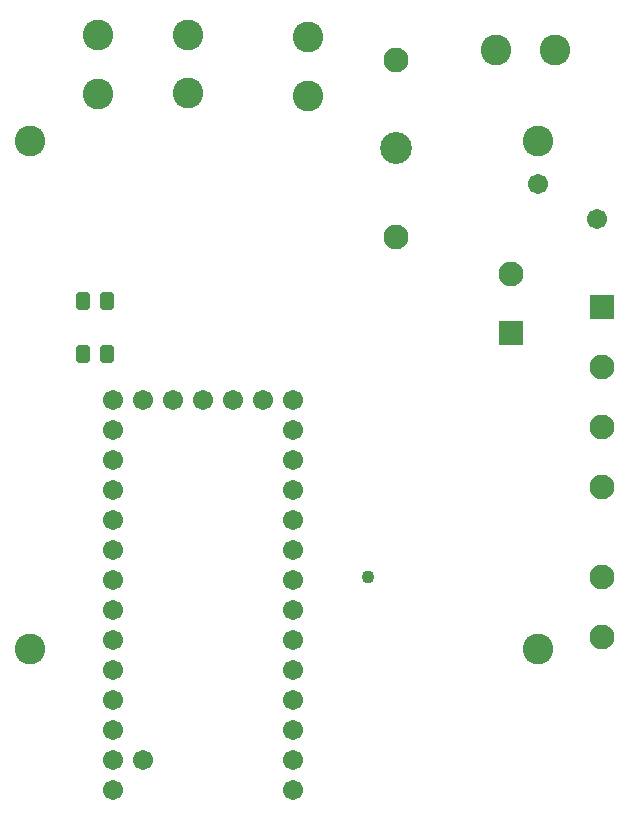
<source format=gbs>
G04 #@! TF.GenerationSoftware,KiCad,Pcbnew,(6.0.1-0)*
G04 #@! TF.CreationDate,2022-03-11T16:57:29+01:00*
G04 #@! TF.ProjectId,PowerAnalyzer_ACS71020_V2,506f7765-7241-46e6-916c-797a65725f41,2.2*
G04 #@! TF.SameCoordinates,Original*
G04 #@! TF.FileFunction,Soldermask,Bot*
G04 #@! TF.FilePolarity,Negative*
%FSLAX46Y46*%
G04 Gerber Fmt 4.6, Leading zero omitted, Abs format (unit mm)*
G04 Created by KiCad (PCBNEW (6.0.1-0)) date 2022-03-11 16:57:29*
%MOMM*%
%LPD*%
G01*
G04 APERTURE LIST*
G04 Aperture macros list*
%AMRoundRect*
0 Rectangle with rounded corners*
0 $1 Rounding radius*
0 $2 $3 $4 $5 $6 $7 $8 $9 X,Y pos of 4 corners*
0 Add a 4 corners polygon primitive as box body*
4,1,4,$2,$3,$4,$5,$6,$7,$8,$9,$2,$3,0*
0 Add four circle primitives for the rounded corners*
1,1,$1+$1,$2,$3*
1,1,$1+$1,$4,$5*
1,1,$1+$1,$6,$7*
1,1,$1+$1,$8,$9*
0 Add four rect primitives between the rounded corners*
20,1,$1+$1,$2,$3,$4,$5,0*
20,1,$1+$1,$4,$5,$6,$7,0*
20,1,$1+$1,$6,$7,$8,$9,0*
20,1,$1+$1,$8,$9,$2,$3,0*%
G04 Aperture macros list end*
%ADD10C,2.602000*%
%ADD11RoundRect,0.051000X1.000000X-1.000000X1.000000X1.000000X-1.000000X1.000000X-1.000000X-1.000000X0*%
%ADD12C,2.102000*%
%ADD13C,1.702000*%
%ADD14RoundRect,0.051000X-1.000000X1.000000X-1.000000X-1.000000X1.000000X-1.000000X1.000000X1.000000X0*%
%ADD15C,2.702000*%
%ADD16C,1.102000*%
%ADD17RoundRect,0.300999X0.325001X0.450001X-0.325001X0.450001X-0.325001X-0.450001X0.325001X-0.450001X0*%
G04 APERTURE END LIST*
D10*
X117300000Y-175000000D03*
X74300000Y-132000000D03*
X117300000Y-132000000D03*
X87668100Y-122986800D03*
X87668100Y-127936800D03*
X80010000Y-127949500D03*
X80010000Y-122999500D03*
D11*
X115000000Y-148193000D03*
D12*
X115000000Y-143193000D03*
D13*
X117300000Y-135600000D03*
X122300000Y-138600000D03*
D10*
X113730000Y-124265000D03*
X118680000Y-124265000D03*
X74300000Y-175000000D03*
X97790000Y-123190000D03*
X97790000Y-128140000D03*
D14*
X122700000Y-146000000D03*
D12*
X122700000Y-151080000D03*
X122700000Y-156160000D03*
X122700000Y-161240000D03*
X122700000Y-168860000D03*
X122700000Y-173940000D03*
D13*
X96520000Y-186944000D03*
X96520000Y-184404000D03*
X96520000Y-181864000D03*
X96520000Y-179324000D03*
X96520000Y-176784000D03*
X96520000Y-174244000D03*
X96520000Y-171704000D03*
X96520000Y-169164000D03*
X96520000Y-166624000D03*
X96520000Y-164084000D03*
X96520000Y-161544000D03*
X96520000Y-159004000D03*
X96520000Y-156464000D03*
X96520000Y-153924000D03*
X93980000Y-153924000D03*
X91440000Y-153924000D03*
X88900000Y-153924000D03*
X86360000Y-153924000D03*
X83820000Y-153924000D03*
X81280000Y-153924000D03*
X81280000Y-156464000D03*
X81280000Y-159004000D03*
X81280000Y-161544000D03*
X81280000Y-164084000D03*
X81280000Y-166624000D03*
X81280000Y-169164000D03*
X81280000Y-171704000D03*
X81280000Y-174244000D03*
X81280000Y-176784000D03*
X81280000Y-179324000D03*
X81280000Y-181864000D03*
X81280000Y-184404000D03*
X81280000Y-186944000D03*
X83820000Y-184404000D03*
D15*
X105250000Y-132588000D03*
D12*
X105250000Y-125088000D03*
X105250000Y-140088000D03*
D16*
X102870000Y-168910000D03*
D17*
X80775000Y-145500000D03*
X78725000Y-145500000D03*
X80775000Y-150000000D03*
X78725000Y-150000000D03*
M02*

</source>
